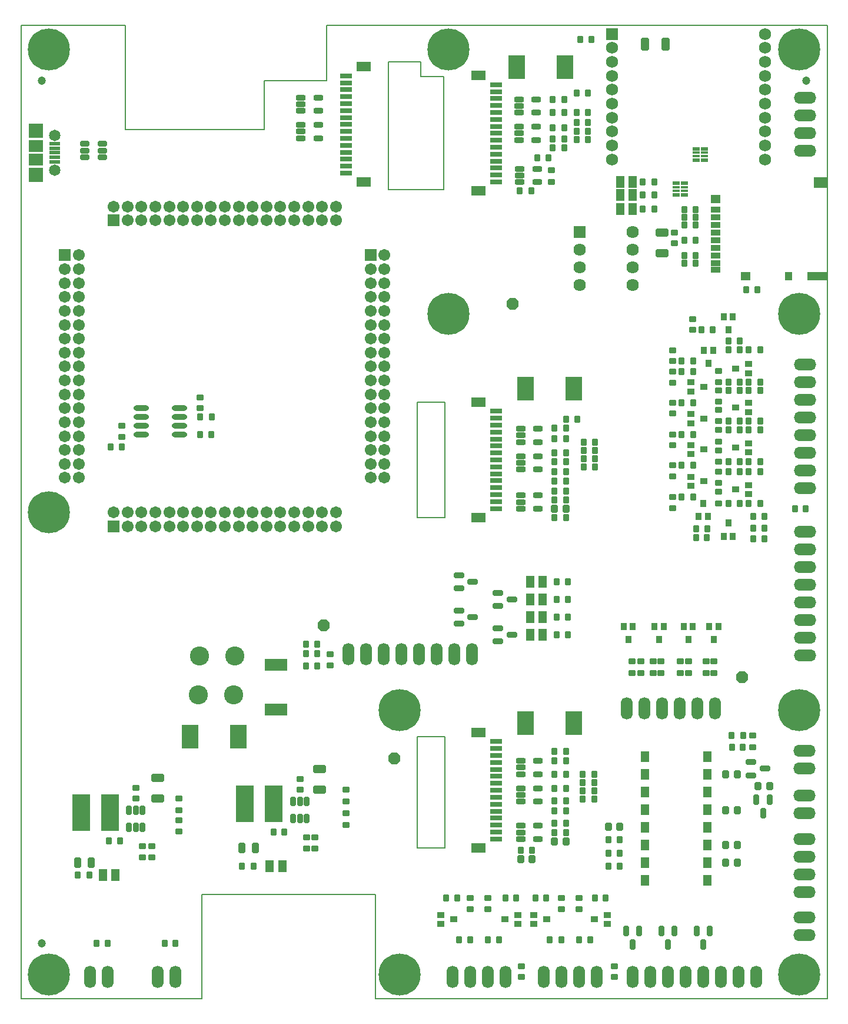
<source format=gts>
G04*
G04 #@! TF.GenerationSoftware,Altium Limited,Altium Designer,22.3.1 (43)*
G04*
G04 Layer_Color=8388736*
%FSLAX25Y25*%
%MOIN*%
G70*
G04*
G04 #@! TF.SameCoordinates,3C66329E-7EC6-4DA4-B4DD-612C795C30B2*
G04*
G04*
G04 #@! TF.FilePolarity,Negative*
G04*
G01*
G75*
%ADD10C,0.00787*%
G04:AMPARAMS|DCode=25|XSize=31.5mil|YSize=37.4mil|CornerRadius=3.94mil|HoleSize=0mil|Usage=FLASHONLY|Rotation=0.000|XOffset=0mil|YOffset=0mil|HoleType=Round|Shape=RoundedRectangle|*
%AMROUNDEDRECTD25*
21,1,0.03150,0.02953,0,0,0.0*
21,1,0.02362,0.03740,0,0,0.0*
1,1,0.00787,0.01181,-0.01476*
1,1,0.00787,-0.01181,-0.01476*
1,1,0.00787,-0.01181,0.01476*
1,1,0.00787,0.01181,0.01476*
%
%ADD25ROUNDEDRECTD25*%
%ADD29R,0.05118X0.05906*%
G04:AMPARAMS|DCode=32|XSize=45.28mil|YSize=70.87mil|CornerRadius=4.98mil|HoleSize=0mil|Usage=FLASHONLY|Rotation=90.000|XOffset=0mil|YOffset=0mil|HoleType=Round|Shape=RoundedRectangle|*
%AMROUNDEDRECTD32*
21,1,0.04528,0.06091,0,0,90.0*
21,1,0.03532,0.07087,0,0,90.0*
1,1,0.00996,0.03045,0.01766*
1,1,0.00996,0.03045,-0.01766*
1,1,0.00996,-0.03045,-0.01766*
1,1,0.00996,-0.03045,0.01766*
%
%ADD32ROUNDEDRECTD32*%
G04:AMPARAMS|DCode=33|XSize=39.37mil|YSize=57.09mil|CornerRadius=4.92mil|HoleSize=0mil|Usage=FLASHONLY|Rotation=180.000|XOffset=0mil|YOffset=0mil|HoleType=Round|Shape=RoundedRectangle|*
%AMROUNDEDRECTD33*
21,1,0.03937,0.04724,0,0,180.0*
21,1,0.02953,0.05709,0,0,180.0*
1,1,0.00984,-0.01476,0.02362*
1,1,0.00984,0.01476,0.02362*
1,1,0.00984,0.01476,-0.02362*
1,1,0.00984,-0.01476,-0.02362*
%
%ADD33ROUNDEDRECTD33*%
%ADD39R,0.12598X0.06772*%
G04:AMPARAMS|DCode=42|XSize=34.45mil|YSize=37.4mil|CornerRadius=4.31mil|HoleSize=0mil|Usage=FLASHONLY|Rotation=180.000|XOffset=0mil|YOffset=0mil|HoleType=Round|Shape=RoundedRectangle|*
%AMROUNDEDRECTD42*
21,1,0.03445,0.02879,0,0,180.0*
21,1,0.02584,0.03740,0,0,180.0*
1,1,0.00861,-0.01292,0.01440*
1,1,0.00861,0.01292,0.01440*
1,1,0.00861,0.01292,-0.01440*
1,1,0.00861,-0.01292,-0.01440*
%
%ADD42ROUNDEDRECTD42*%
G04:AMPARAMS|DCode=52|XSize=35.43mil|YSize=37.4mil|CornerRadius=4.43mil|HoleSize=0mil|Usage=FLASHONLY|Rotation=0.000|XOffset=0mil|YOffset=0mil|HoleType=Round|Shape=RoundedRectangle|*
%AMROUNDEDRECTD52*
21,1,0.03543,0.02854,0,0,0.0*
21,1,0.02657,0.03740,0,0,0.0*
1,1,0.00886,0.01329,-0.01427*
1,1,0.00886,-0.01329,-0.01427*
1,1,0.00886,-0.01329,0.01427*
1,1,0.00886,0.01329,0.01427*
%
%ADD52ROUNDEDRECTD52*%
G04:AMPARAMS|DCode=55|XSize=35.43mil|YSize=37.4mil|CornerRadius=4.43mil|HoleSize=0mil|Usage=FLASHONLY|Rotation=90.000|XOffset=0mil|YOffset=0mil|HoleType=Round|Shape=RoundedRectangle|*
%AMROUNDEDRECTD55*
21,1,0.03543,0.02854,0,0,90.0*
21,1,0.02657,0.03740,0,0,90.0*
1,1,0.00886,0.01427,0.01329*
1,1,0.00886,0.01427,-0.01329*
1,1,0.00886,-0.01427,-0.01329*
1,1,0.00886,-0.01427,0.01329*
%
%ADD55ROUNDEDRECTD55*%
G04:AMPARAMS|DCode=56|XSize=31.5mil|YSize=37.4mil|CornerRadius=3.94mil|HoleSize=0mil|Usage=FLASHONLY|Rotation=270.000|XOffset=0mil|YOffset=0mil|HoleType=Round|Shape=RoundedRectangle|*
%AMROUNDEDRECTD56*
21,1,0.03150,0.02953,0,0,270.0*
21,1,0.02362,0.03740,0,0,270.0*
1,1,0.00787,-0.01476,-0.01181*
1,1,0.00787,-0.01476,0.01181*
1,1,0.00787,0.01476,0.01181*
1,1,0.00787,0.01476,-0.01181*
%
%ADD56ROUNDEDRECTD56*%
G04:AMPARAMS|DCode=58|XSize=45.28mil|YSize=70.87mil|CornerRadius=4.98mil|HoleSize=0mil|Usage=FLASHONLY|Rotation=180.000|XOffset=0mil|YOffset=0mil|HoleType=Round|Shape=RoundedRectangle|*
%AMROUNDEDRECTD58*
21,1,0.04528,0.06091,0,0,180.0*
21,1,0.03532,0.07087,0,0,180.0*
1,1,0.00996,-0.01766,0.03045*
1,1,0.00996,0.01766,0.03045*
1,1,0.00996,0.01766,-0.03045*
1,1,0.00996,-0.01766,-0.03045*
%
%ADD58ROUNDEDRECTD58*%
G04:AMPARAMS|DCode=59|XSize=39.5mil|YSize=45.4mil|CornerRadius=7.94mil|HoleSize=0mil|Usage=FLASHONLY|Rotation=0.000|XOffset=0mil|YOffset=0mil|HoleType=Round|Shape=RoundedRectangle|*
%AMROUNDEDRECTD59*
21,1,0.03950,0.02953,0,0,0.0*
21,1,0.02362,0.04540,0,0,0.0*
1,1,0.01587,0.01181,-0.01476*
1,1,0.01587,-0.01181,-0.01476*
1,1,0.01587,-0.01181,0.01476*
1,1,0.01587,0.01181,0.01476*
%
%ADD59ROUNDEDRECTD59*%
G04:AMPARAMS|DCode=60|XSize=57.61mil|YSize=31.23mil|CornerRadius=6.9mil|HoleSize=0mil|Usage=FLASHONLY|Rotation=270.000|XOffset=0mil|YOffset=0mil|HoleType=Round|Shape=RoundedRectangle|*
%AMROUNDEDRECTD60*
21,1,0.05761,0.01742,0,0,270.0*
21,1,0.04380,0.03123,0,0,270.0*
1,1,0.01381,-0.00871,-0.02190*
1,1,0.01381,-0.00871,0.02190*
1,1,0.01381,0.00871,0.02190*
1,1,0.01381,0.00871,-0.02190*
%
%ADD60ROUNDEDRECTD60*%
%ADD61R,0.07887X0.05524*%
%ADD62R,0.06902X0.03162*%
G04:AMPARAMS|DCode=63|XSize=57.61mil|YSize=31.23mil|CornerRadius=6.9mil|HoleSize=0mil|Usage=FLASHONLY|Rotation=0.000|XOffset=0mil|YOffset=0mil|HoleType=Round|Shape=RoundedRectangle|*
%AMROUNDEDRECTD63*
21,1,0.05761,0.01742,0,0,0.0*
21,1,0.04380,0.03123,0,0,0.0*
1,1,0.01381,0.02190,-0.00871*
1,1,0.01381,-0.02190,-0.00871*
1,1,0.01381,-0.02190,0.00871*
1,1,0.01381,0.02190,0.00871*
%
%ADD63ROUNDEDRECTD63*%
G04:AMPARAMS|DCode=64|XSize=55.64mil|YSize=31.23mil|CornerRadius=9.81mil|HoleSize=0mil|Usage=FLASHONLY|Rotation=0.000|XOffset=0mil|YOffset=0mil|HoleType=Round|Shape=RoundedRectangle|*
%AMROUNDEDRECTD64*
21,1,0.05564,0.01161,0,0,0.0*
21,1,0.03602,0.03123,0,0,0.0*
1,1,0.01961,0.01801,-0.00581*
1,1,0.01961,-0.01801,-0.00581*
1,1,0.01961,-0.01801,0.00581*
1,1,0.01961,0.01801,0.00581*
%
%ADD64ROUNDEDRECTD64*%
%ADD65R,0.08280X0.05918*%
%ADD66R,0.11824X0.04737*%
%ADD67R,0.03950X0.04737*%
%ADD68R,0.05524X0.04737*%
%ADD69R,0.05524X0.03556*%
%ADD70R,0.03556X0.04343*%
%ADD71R,0.09461X0.13202*%
G04:AMPARAMS|DCode=72|XSize=55.64mil|YSize=30.84mil|CornerRadius=6.85mil|HoleSize=0mil|Usage=FLASHONLY|Rotation=90.000|XOffset=0mil|YOffset=0mil|HoleType=Round|Shape=RoundedRectangle|*
%AMROUNDEDRECTD72*
21,1,0.05564,0.01713,0,0,90.0*
21,1,0.04193,0.03084,0,0,90.0*
1,1,0.01371,0.00856,0.02097*
1,1,0.01371,0.00856,-0.02097*
1,1,0.01371,-0.00856,-0.02097*
1,1,0.01371,-0.00856,0.02097*
%
%ADD72ROUNDEDRECTD72*%
%ADD73R,0.10052X0.20879*%
%ADD74R,0.05131X0.06509*%
%ADD75O,0.08814X0.03060*%
%ADD76R,0.04225X0.01824*%
%ADD77R,0.04225X0.02414*%
%ADD78R,0.08280X0.07887*%
%ADD79R,0.08280X0.06706*%
%ADD80R,0.06115X0.02375*%
%ADD81C,0.04737*%
%ADD82R,0.04343X0.03556*%
G04:AMPARAMS|DCode=83|XSize=55.64mil|YSize=30.84mil|CornerRadius=6.85mil|HoleSize=0mil|Usage=FLASHONLY|Rotation=0.000|XOffset=0mil|YOffset=0mil|HoleType=Round|Shape=RoundedRectangle|*
%AMROUNDEDRECTD83*
21,1,0.05564,0.01713,0,0,0.0*
21,1,0.04193,0.03084,0,0,0.0*
1,1,0.01371,0.02097,-0.00856*
1,1,0.01371,-0.02097,-0.00856*
1,1,0.01371,-0.02097,0.00856*
1,1,0.01371,0.02097,0.00856*
%
%ADD83ROUNDEDRECTD83*%
%ADD84O,0.12674X0.06737*%
%ADD85O,0.06737X0.12674*%
%ADD86C,0.23800*%
%ADD87C,0.06824*%
%ADD88R,0.06824X0.06824*%
%ADD89C,0.06706*%
%ADD90R,0.06706X0.06706*%
%ADD91O,0.07099X0.03950*%
%ADD92C,0.06509*%
%ADD93P,0.07360X8X22.5*%
%ADD94R,0.07021X0.07021*%
%ADD95C,0.07021*%
%ADD96C,0.10800*%
%ADD97R,0.06706X0.06706*%
D10*
X208000Y458000D02*
Y530500D01*
X226519Y522261D02*
X239496D01*
X226500Y522279D02*
Y530500D01*
X208000D02*
X226500D01*
X59055Y492126D02*
Y551181D01*
X102362Y0D02*
Y59055D01*
X200787D01*
Y0D02*
Y59055D01*
Y-0D02*
X456693Y0D01*
X173228Y551181D02*
X456693D01*
X137795Y492126D02*
Y519685D01*
X173228D01*
Y551181D01*
X59055Y492126D02*
X137795Y492126D01*
X224472Y337700D02*
X240220D01*
X224472Y272500D02*
X240220D01*
Y337700D01*
X224472Y272500D02*
Y337700D01*
Y85345D02*
Y148500D01*
X240220Y85345D02*
Y148500D01*
X224472Y85345D02*
X240220D01*
X224472Y148500D02*
X240220D01*
X239496Y458000D02*
Y522261D01*
X208000Y458000D02*
X239496D01*
X0Y0D02*
X102362D01*
X0Y551181D02*
X59055D01*
X456693Y0D02*
Y551181D01*
X0Y0D02*
Y551181D01*
D25*
X339216Y75187D02*
D03*
X339248Y82625D02*
D03*
X303379Y236070D02*
D03*
X309875D02*
D03*
X101500Y319500D02*
D03*
X107996D02*
D03*
X380695Y302000D02*
D03*
X374199D02*
D03*
X101510Y329500D02*
D03*
X108006D02*
D03*
X32260Y70019D02*
D03*
X38756D02*
D03*
X125260Y75019D02*
D03*
X131756D02*
D03*
X309874Y226070D02*
D03*
X303378D02*
D03*
X309874Y216070D02*
D03*
X303378D02*
D03*
X309875Y206070D02*
D03*
X303379D02*
D03*
X409054Y149121D02*
D03*
X402557D02*
D03*
X325248Y315260D02*
D03*
X318752D02*
D03*
X325248Y305732D02*
D03*
X318752D02*
D03*
X302251Y323000D02*
D03*
X308747D02*
D03*
X302251Y317260D02*
D03*
X308747D02*
D03*
X302251Y309232D02*
D03*
X308747D02*
D03*
X302251Y282492D02*
D03*
X308747D02*
D03*
X308746Y298500D02*
D03*
X302250D02*
D03*
X308746Y293000D02*
D03*
X302250D02*
D03*
X302251Y272500D02*
D03*
X308747D02*
D03*
X315248Y328000D02*
D03*
X308752D02*
D03*
X407248Y327000D02*
D03*
X400752D02*
D03*
X418827D02*
D03*
X412331D02*
D03*
Y322000D02*
D03*
X418827D02*
D03*
X407248D02*
D03*
X400752D02*
D03*
X407248Y298500D02*
D03*
X400752D02*
D03*
X407248Y304000D02*
D03*
X400752D02*
D03*
X412331D02*
D03*
X418827D02*
D03*
Y298500D02*
D03*
X412331D02*
D03*
X407248Y349000D02*
D03*
X400752D02*
D03*
X418827Y344500D02*
D03*
X412331D02*
D03*
X418827Y349000D02*
D03*
X412331D02*
D03*
X418827Y367500D02*
D03*
X412331D02*
D03*
X407248D02*
D03*
X400752D02*
D03*
X332752Y90062D02*
D03*
X339248D02*
D03*
X407249Y280500D02*
D03*
X400753D02*
D03*
X418827D02*
D03*
X412331D02*
D03*
X388996Y266000D02*
D03*
X382500D02*
D03*
X380695Y284000D02*
D03*
X374199D02*
D03*
X380695Y319500D02*
D03*
X374199D02*
D03*
X380695Y337500D02*
D03*
X374199D02*
D03*
X380695Y360992D02*
D03*
X374199D02*
D03*
X380695Y355000D02*
D03*
X374199D02*
D03*
X400752Y372500D02*
D03*
X407248D02*
D03*
X391831Y378669D02*
D03*
X385335D02*
D03*
X417248Y401500D02*
D03*
X410752D02*
D03*
X382248Y446795D02*
D03*
X375752D02*
D03*
X382248Y442465D02*
D03*
X375752D02*
D03*
X382248Y438134D02*
D03*
X375752D02*
D03*
X382248Y429472D02*
D03*
X375752D02*
D03*
X375753Y420811D02*
D03*
X382249D02*
D03*
X382248Y416480D02*
D03*
X375752D02*
D03*
X321248Y496000D02*
D03*
X314752D02*
D03*
X307747Y493240D02*
D03*
X301251D02*
D03*
X358748Y447138D02*
D03*
X352252D02*
D03*
X308747Y304252D02*
D03*
X302251D02*
D03*
X318252Y122500D02*
D03*
X324748D02*
D03*
X318752Y310500D02*
D03*
X325248D02*
D03*
X318252Y113000D02*
D03*
X324748D02*
D03*
X318752Y301000D02*
D03*
X325248D02*
D03*
X314752Y486500D02*
D03*
X321248D02*
D03*
X307748Y509240D02*
D03*
X301252D02*
D03*
X322496Y33500D02*
D03*
X316000D02*
D03*
X299504D02*
D03*
X306000D02*
D03*
X332752Y82625D02*
D03*
X332720Y75187D02*
D03*
X302250Y134724D02*
D03*
X308746D02*
D03*
X302250Y127244D02*
D03*
X308746D02*
D03*
X302250Y119224D02*
D03*
X308746D02*
D03*
X302250Y112244D02*
D03*
X308746D02*
D03*
X308746Y140000D02*
D03*
X302249D02*
D03*
X324748Y127244D02*
D03*
X318252D02*
D03*
X324748Y117724D02*
D03*
X318252D02*
D03*
X308746Y106500D02*
D03*
X302249D02*
D03*
X308748Y99500D02*
D03*
X302252D02*
D03*
X302250Y94224D02*
D03*
X308746D02*
D03*
X283059Y84244D02*
D03*
X289555D02*
D03*
X254500Y33500D02*
D03*
X248004D02*
D03*
X270996D02*
D03*
X264500D02*
D03*
X302251Y287500D02*
D03*
X308747D02*
D03*
X352252Y462508D02*
D03*
X358748D02*
D03*
X352252Y455008D02*
D03*
X358748D02*
D03*
X407248Y344500D02*
D03*
X400752D02*
D03*
X301251Y486760D02*
D03*
X307747D02*
D03*
X307748Y481760D02*
D03*
X301252D02*
D03*
X298937Y476000D02*
D03*
X292441D02*
D03*
X282559Y457616D02*
D03*
X289055D02*
D03*
X321248Y491240D02*
D03*
X314752D02*
D03*
X321248Y512740D02*
D03*
X314752D02*
D03*
X321248Y501760D02*
D03*
X314752D02*
D03*
X301252D02*
D03*
X307748D02*
D03*
D29*
X353467Y87000D02*
D03*
Y67000D02*
D03*
X388900D02*
D03*
Y77000D02*
D03*
Y87000D02*
D03*
Y97000D02*
D03*
Y107000D02*
D03*
Y117000D02*
D03*
Y127000D02*
D03*
Y137000D02*
D03*
X353467D02*
D03*
Y127000D02*
D03*
Y117000D02*
D03*
Y107000D02*
D03*
Y97000D02*
D03*
Y77000D02*
D03*
D32*
X77500Y113500D02*
D03*
Y125114D02*
D03*
X169000Y130114D02*
D03*
Y118500D02*
D03*
X363000Y433803D02*
D03*
Y422189D02*
D03*
D33*
X39740Y77000D02*
D03*
X32260D02*
D03*
X125260Y85500D02*
D03*
X132740D02*
D03*
D39*
X144500Y163882D02*
D03*
Y189118D02*
D03*
D42*
X316799Y543000D02*
D03*
X323000D02*
D03*
X421099Y273000D02*
D03*
X414898D02*
D03*
X421099Y266406D02*
D03*
X414898D02*
D03*
X421099Y260454D02*
D03*
X414898D02*
D03*
X161493Y200911D02*
D03*
X167693D02*
D03*
X161493Y195500D02*
D03*
X167693D02*
D03*
X161493Y188611D02*
D03*
X167693D02*
D03*
D52*
X50908Y312500D02*
D03*
X57010D02*
D03*
X438500Y277500D02*
D03*
X444602D02*
D03*
X56051Y89500D02*
D03*
X49949D02*
D03*
X149272Y94500D02*
D03*
X143169D02*
D03*
X402754Y142625D02*
D03*
X408856D02*
D03*
X382500Y261000D02*
D03*
X388602D02*
D03*
X331102Y57248D02*
D03*
X325000D02*
D03*
X291398D02*
D03*
X297500D02*
D03*
X240898D02*
D03*
X247000D02*
D03*
X280602D02*
D03*
X274500D02*
D03*
X42898Y31500D02*
D03*
X49000D02*
D03*
X81398D02*
D03*
X87500D02*
D03*
D55*
X175021Y188898D02*
D03*
Y195000D02*
D03*
X65000Y113500D02*
D03*
Y119602D02*
D03*
X158000Y118500D02*
D03*
Y124602D02*
D03*
X369000Y284000D02*
D03*
Y277898D02*
D03*
Y302000D02*
D03*
Y295898D02*
D03*
Y319500D02*
D03*
Y313398D02*
D03*
Y337500D02*
D03*
Y331398D02*
D03*
Y355000D02*
D03*
Y348898D02*
D03*
Y360992D02*
D03*
Y367094D02*
D03*
X380500Y378669D02*
D03*
Y384772D02*
D03*
X101510Y340551D02*
D03*
Y334449D02*
D03*
X336000Y18602D02*
D03*
Y12500D02*
D03*
X283500Y18602D02*
D03*
Y12500D02*
D03*
X370000Y427701D02*
D03*
Y433803D02*
D03*
D56*
X68740Y80004D02*
D03*
Y86500D02*
D03*
X74000D02*
D03*
Y80004D02*
D03*
X89500Y113437D02*
D03*
Y106941D02*
D03*
Y101248D02*
D03*
Y94752D02*
D03*
X184000Y118437D02*
D03*
Y111941D02*
D03*
Y105000D02*
D03*
Y98504D02*
D03*
X161740Y91500D02*
D03*
Y85004D02*
D03*
X166500Y85005D02*
D03*
Y91501D02*
D03*
X414356Y149121D02*
D03*
Y142625D02*
D03*
X346000Y190996D02*
D03*
Y184500D02*
D03*
X351000Y190996D02*
D03*
Y184500D02*
D03*
X358000Y190996D02*
D03*
Y184500D02*
D03*
X362500Y190996D02*
D03*
Y184500D02*
D03*
X373500D02*
D03*
Y190996D02*
D03*
X378000Y184500D02*
D03*
Y190996D02*
D03*
X392500D02*
D03*
Y184500D02*
D03*
X388000Y190996D02*
D03*
Y184500D02*
D03*
X395000Y338004D02*
D03*
Y344500D02*
D03*
Y333496D02*
D03*
Y327000D02*
D03*
Y315504D02*
D03*
Y322000D02*
D03*
Y310496D02*
D03*
Y304000D02*
D03*
Y286996D02*
D03*
Y280500D02*
D03*
Y292004D02*
D03*
Y298500D02*
D03*
Y355496D02*
D03*
Y349000D02*
D03*
X57010Y318004D02*
D03*
Y324500D02*
D03*
X316000Y50752D02*
D03*
Y57248D02*
D03*
X306000Y50752D02*
D03*
Y57248D02*
D03*
X254500Y50752D02*
D03*
Y57248D02*
D03*
X264500Y50752D02*
D03*
Y57248D02*
D03*
X300500Y469000D02*
D03*
Y462504D02*
D03*
D58*
X353500Y540500D02*
D03*
X365114D02*
D03*
D59*
X417602Y120500D02*
D03*
X424098D02*
D03*
X302250Y277500D02*
D03*
X308746D02*
D03*
X283000Y79000D02*
D03*
X289496D02*
D03*
X302252Y89000D02*
D03*
X308748D02*
D03*
X405748Y127000D02*
D03*
X399252D02*
D03*
X405748Y106920D02*
D03*
X399252D02*
D03*
X405748Y87000D02*
D03*
X399252D02*
D03*
X405748Y77000D02*
D03*
X399252D02*
D03*
X332752Y97500D02*
D03*
X339248D02*
D03*
D60*
X424098Y112716D02*
D03*
X416618D02*
D03*
X420358Y105000D02*
D03*
X390240Y38358D02*
D03*
X382760D02*
D03*
X386500Y30642D02*
D03*
X370240Y38358D02*
D03*
X362760D02*
D03*
X366500Y30642D02*
D03*
X350240Y38358D02*
D03*
X342760D02*
D03*
X346500Y30642D02*
D03*
D61*
X194008Y462328D02*
D03*
Y527682D02*
D03*
X259067Y85433D02*
D03*
Y150787D02*
D03*
Y272441D02*
D03*
Y337795D02*
D03*
Y457328D02*
D03*
Y522682D02*
D03*
D62*
X184067Y467446D02*
D03*
Y471383D02*
D03*
Y475320D02*
D03*
Y479257D02*
D03*
Y483194D02*
D03*
Y487131D02*
D03*
Y491068D02*
D03*
Y495005D02*
D03*
Y498942D02*
D03*
Y502879D02*
D03*
Y506816D02*
D03*
Y510753D02*
D03*
Y514690D02*
D03*
Y518627D02*
D03*
Y522564D02*
D03*
X269008Y90551D02*
D03*
Y94488D02*
D03*
Y98425D02*
D03*
Y102362D02*
D03*
Y106299D02*
D03*
Y110236D02*
D03*
Y114173D02*
D03*
Y118110D02*
D03*
Y122047D02*
D03*
Y125984D02*
D03*
Y129921D02*
D03*
Y133858D02*
D03*
Y137795D02*
D03*
Y141732D02*
D03*
Y145669D02*
D03*
Y277559D02*
D03*
Y281496D02*
D03*
Y285433D02*
D03*
Y289370D02*
D03*
Y293307D02*
D03*
Y297244D02*
D03*
Y301181D02*
D03*
Y305118D02*
D03*
Y309055D02*
D03*
Y312992D02*
D03*
Y316929D02*
D03*
Y320866D02*
D03*
Y324803D02*
D03*
Y328740D02*
D03*
Y332677D02*
D03*
Y462446D02*
D03*
Y466383D02*
D03*
Y470320D02*
D03*
Y474257D02*
D03*
Y478194D02*
D03*
Y482131D02*
D03*
Y486068D02*
D03*
Y490005D02*
D03*
Y493942D02*
D03*
Y497879D02*
D03*
Y501816D02*
D03*
Y505753D02*
D03*
Y509690D02*
D03*
Y513627D02*
D03*
Y517564D02*
D03*
D63*
X270284Y229810D02*
D03*
Y222330D02*
D03*
X278000Y226070D02*
D03*
X270284Y209810D02*
D03*
Y202330D02*
D03*
X278000Y206070D02*
D03*
X413642Y134051D02*
D03*
Y126571D02*
D03*
X421358Y130311D02*
D03*
X255716Y216070D02*
D03*
X248000Y212330D02*
D03*
Y219810D02*
D03*
X255716Y236070D02*
D03*
X248000Y232330D02*
D03*
Y239810D02*
D03*
D64*
X292441Y469926D02*
D03*
Y462446D02*
D03*
X282559D02*
D03*
Y466186D02*
D03*
Y469926D02*
D03*
X292941Y307232D02*
D03*
Y299752D02*
D03*
X283059D02*
D03*
Y303492D02*
D03*
Y307232D02*
D03*
Y285039D02*
D03*
Y281299D02*
D03*
Y277559D02*
D03*
X292941D02*
D03*
Y285039D02*
D03*
X283059Y322740D02*
D03*
Y319000D02*
D03*
Y315260D02*
D03*
X292941D02*
D03*
Y322740D02*
D03*
X282059Y493740D02*
D03*
Y490000D02*
D03*
Y486260D02*
D03*
X291941D02*
D03*
Y493740D02*
D03*
X158559Y494740D02*
D03*
Y491000D02*
D03*
Y487260D02*
D03*
X168441D02*
D03*
Y494740D02*
D03*
Y510240D02*
D03*
Y502760D02*
D03*
X158559D02*
D03*
Y506500D02*
D03*
Y510240D02*
D03*
X283059Y119224D02*
D03*
Y115484D02*
D03*
Y111744D02*
D03*
X292941D02*
D03*
Y119224D02*
D03*
X283059Y98031D02*
D03*
Y94291D02*
D03*
Y90551D02*
D03*
X292941D02*
D03*
Y98031D02*
D03*
X283000Y134724D02*
D03*
Y130984D02*
D03*
Y127244D02*
D03*
X292882D02*
D03*
Y134724D02*
D03*
X282000Y509240D02*
D03*
Y505500D02*
D03*
Y501760D02*
D03*
X291882D02*
D03*
Y509240D02*
D03*
D65*
X453020Y462150D02*
D03*
D66*
X451248Y409000D02*
D03*
D67*
X434909D02*
D03*
D68*
X410500D02*
D03*
X393571Y452898D02*
D03*
D69*
Y412740D02*
D03*
Y416480D02*
D03*
Y420811D02*
D03*
Y425142D02*
D03*
Y429472D02*
D03*
Y433803D02*
D03*
Y438134D02*
D03*
Y442465D02*
D03*
Y446795D02*
D03*
D70*
X346559Y210819D02*
D03*
X341441D02*
D03*
X344000Y203339D02*
D03*
X400753Y269331D02*
D03*
X403312Y261850D02*
D03*
X398194D02*
D03*
X361500Y203339D02*
D03*
X358941Y210819D02*
D03*
X364059D02*
D03*
X378000Y203339D02*
D03*
X375441Y210819D02*
D03*
X380559D02*
D03*
X392500Y203339D02*
D03*
X389941Y210819D02*
D03*
X395059D02*
D03*
X386500Y280500D02*
D03*
X389059Y273020D02*
D03*
X383941D02*
D03*
X389500Y359669D02*
D03*
X386941Y367150D02*
D03*
X392059D02*
D03*
X400752Y378669D02*
D03*
X398193Y386150D02*
D03*
X403311D02*
D03*
D71*
X280720Y527500D02*
D03*
X308279D02*
D03*
X95720Y148500D02*
D03*
X123280D02*
D03*
X285720Y345500D02*
D03*
X313280D02*
D03*
X285720Y156000D02*
D03*
X313280D02*
D03*
D72*
X161740Y111941D02*
D03*
X158000D02*
D03*
X154260D02*
D03*
X161740Y102059D02*
D03*
X158000D02*
D03*
X154260D02*
D03*
X61260Y97059D02*
D03*
X65000D02*
D03*
X68740D02*
D03*
X61260Y106941D02*
D03*
X65000D02*
D03*
X68740D02*
D03*
D73*
X126831Y110500D02*
D03*
X143169D02*
D03*
X50500Y105500D02*
D03*
X34161D02*
D03*
D74*
X346543Y462508D02*
D03*
X339457D02*
D03*
X53516Y70019D02*
D03*
X46429D02*
D03*
X148043Y75019D02*
D03*
X140957D02*
D03*
X288378Y236070D02*
D03*
X295465D02*
D03*
X288378Y226070D02*
D03*
X295465D02*
D03*
X288378Y216070D02*
D03*
X295465D02*
D03*
Y206070D02*
D03*
X288378D02*
D03*
X346543Y447138D02*
D03*
X339457D02*
D03*
Y455008D02*
D03*
X346543D02*
D03*
D75*
X89907Y319500D02*
D03*
Y324500D02*
D03*
Y329500D02*
D03*
Y334500D02*
D03*
X68113Y319500D02*
D03*
Y324500D02*
D03*
Y329500D02*
D03*
Y334500D02*
D03*
D76*
X387067Y479000D02*
D03*
Y477032D02*
D03*
X382500Y479000D02*
D03*
Y477032D02*
D03*
X375783Y459484D02*
D03*
Y457516D02*
D03*
X371217D02*
D03*
Y459484D02*
D03*
D77*
X387067Y481264D02*
D03*
X382500D02*
D03*
X387067Y474768D02*
D03*
X382500D02*
D03*
X375783Y461748D02*
D03*
Y455252D02*
D03*
X371217Y461748D02*
D03*
Y455252D02*
D03*
D78*
X8500Y466402D02*
D03*
Y491598D02*
D03*
D79*
Y475063D02*
D03*
Y482937D02*
D03*
D80*
X19031Y473882D02*
D03*
Y476441D02*
D03*
Y479000D02*
D03*
Y481559D02*
D03*
Y484118D02*
D03*
D81*
X444882Y519685D02*
D03*
X11811D02*
D03*
Y31496D02*
D03*
D82*
X404850Y288319D02*
D03*
X412331Y290878D02*
D03*
Y285760D02*
D03*
X404850Y312079D02*
D03*
X412331Y314638D02*
D03*
Y309520D02*
D03*
X404850Y334819D02*
D03*
X412331Y337378D02*
D03*
Y332260D02*
D03*
X404850Y356819D02*
D03*
X412331Y359378D02*
D03*
Y354260D02*
D03*
X386831Y293000D02*
D03*
X379350Y290441D02*
D03*
Y295559D02*
D03*
X386831Y311000D02*
D03*
X379350Y308441D02*
D03*
Y313559D02*
D03*
X386831Y328500D02*
D03*
X379350Y325941D02*
D03*
Y331059D02*
D03*
X386831Y346500D02*
D03*
X379350Y343941D02*
D03*
Y349059D02*
D03*
X245331Y44996D02*
D03*
X237850Y42437D02*
D03*
Y47555D02*
D03*
X274169Y44996D02*
D03*
X281650Y47555D02*
D03*
Y42437D02*
D03*
X324669Y44996D02*
D03*
X332150Y47555D02*
D03*
Y42437D02*
D03*
X297831Y44996D02*
D03*
X290350Y42437D02*
D03*
Y47555D02*
D03*
D83*
X36220Y484020D02*
D03*
Y480279D02*
D03*
Y476539D02*
D03*
X46102Y484020D02*
D03*
Y480279D02*
D03*
Y476539D02*
D03*
D84*
X443860Y60500D02*
D03*
Y70500D02*
D03*
Y80500D02*
D03*
Y90500D02*
D03*
Y115000D02*
D03*
Y105000D02*
D03*
Y130311D02*
D03*
Y140311D02*
D03*
Y46000D02*
D03*
Y36000D02*
D03*
X444000Y359090D02*
D03*
Y349091D02*
D03*
Y339090D02*
D03*
Y329090D02*
D03*
Y319091D02*
D03*
Y309090D02*
D03*
Y299091D02*
D03*
Y289090D02*
D03*
Y254500D02*
D03*
Y244500D02*
D03*
Y234500D02*
D03*
Y224500D02*
D03*
Y214500D02*
D03*
Y204500D02*
D03*
Y194500D02*
D03*
Y264500D02*
D03*
Y480000D02*
D03*
Y490000D02*
D03*
Y500000D02*
D03*
Y510000D02*
D03*
D85*
X343000Y164500D02*
D03*
X353000D02*
D03*
X363000D02*
D03*
X373000D02*
D03*
X383000D02*
D03*
X393000D02*
D03*
X346500Y12500D02*
D03*
X356500D02*
D03*
X366500D02*
D03*
X376500D02*
D03*
X386500D02*
D03*
X396500D02*
D03*
X406500D02*
D03*
X416500D02*
D03*
X244500D02*
D03*
X254500D02*
D03*
X264500D02*
D03*
X274500D02*
D03*
X87500D02*
D03*
X77500D02*
D03*
X195500Y195000D02*
D03*
X205500D02*
D03*
X215500D02*
D03*
X225500D02*
D03*
X235500D02*
D03*
X245500D02*
D03*
X255500D02*
D03*
X185500D02*
D03*
X49000Y12500D02*
D03*
X39000D02*
D03*
X326000D02*
D03*
X316000D02*
D03*
X306000D02*
D03*
X296000D02*
D03*
D86*
X440945Y537402D02*
D03*
Y387795D02*
D03*
X214567Y163386D02*
D03*
X15748Y275590D02*
D03*
X242126Y387795D02*
D03*
Y537402D02*
D03*
X15748D02*
D03*
X214567Y13780D02*
D03*
X15748D02*
D03*
X440945Y163386D02*
D03*
Y13780D02*
D03*
D87*
X421500Y546300D02*
D03*
Y538400D02*
D03*
Y530500D02*
D03*
Y522600D02*
D03*
Y514700D02*
D03*
Y506800D02*
D03*
Y498900D02*
D03*
Y491000D02*
D03*
Y483100D02*
D03*
Y475200D02*
D03*
X334900D02*
D03*
Y483100D02*
D03*
Y491000D02*
D03*
Y498900D02*
D03*
Y506800D02*
D03*
Y514700D02*
D03*
Y522600D02*
D03*
Y530500D02*
D03*
Y538400D02*
D03*
D88*
Y546300D02*
D03*
D89*
X178492Y275323D02*
D03*
Y267449D02*
D03*
X170618Y275323D02*
D03*
Y267449D02*
D03*
X162744Y275323D02*
D03*
Y267449D02*
D03*
X154870Y275323D02*
D03*
Y267449D02*
D03*
X146996Y275323D02*
D03*
Y267449D02*
D03*
X139122Y275323D02*
D03*
Y267449D02*
D03*
X131248Y275323D02*
D03*
Y267449D02*
D03*
X123374Y275323D02*
D03*
Y267449D02*
D03*
X115500Y275323D02*
D03*
Y267449D02*
D03*
X107626Y275323D02*
D03*
Y267449D02*
D03*
X99752Y275323D02*
D03*
Y267449D02*
D03*
X91878Y275323D02*
D03*
Y267449D02*
D03*
X84004Y275323D02*
D03*
Y267449D02*
D03*
X76130Y275323D02*
D03*
Y267449D02*
D03*
X68256Y275323D02*
D03*
Y267449D02*
D03*
X60382Y275323D02*
D03*
Y267449D02*
D03*
X52508Y275323D02*
D03*
X32823Y295008D02*
D03*
X24949D02*
D03*
X32823Y302882D02*
D03*
X24949D02*
D03*
X32823Y310756D02*
D03*
X24949D02*
D03*
X32823Y318630D02*
D03*
X24949D02*
D03*
X32823Y326504D02*
D03*
X24949D02*
D03*
X32823Y334378D02*
D03*
X24949D02*
D03*
X32823Y342252D02*
D03*
X24949D02*
D03*
X32823Y350126D02*
D03*
X24949D02*
D03*
X32823Y358000D02*
D03*
X24949D02*
D03*
X32823Y365874D02*
D03*
X24949D02*
D03*
X32823Y373748D02*
D03*
X24949D02*
D03*
X32823Y381622D02*
D03*
X24949D02*
D03*
X32823Y389496D02*
D03*
X24949D02*
D03*
X32823Y397370D02*
D03*
X24949D02*
D03*
X32823Y405244D02*
D03*
X24949D02*
D03*
X32823Y413118D02*
D03*
X24949D02*
D03*
X32823Y420992D02*
D03*
X52508Y448551D02*
D03*
X60382Y440677D02*
D03*
Y448551D02*
D03*
X68256Y440677D02*
D03*
Y448551D02*
D03*
X76130Y440677D02*
D03*
Y448551D02*
D03*
X84004Y440677D02*
D03*
Y448551D02*
D03*
X91878Y440677D02*
D03*
Y448551D02*
D03*
X99752Y440677D02*
D03*
Y448551D02*
D03*
X107626Y440677D02*
D03*
Y448551D02*
D03*
X115500Y440677D02*
D03*
Y448551D02*
D03*
X123374Y440677D02*
D03*
Y448551D02*
D03*
X131248Y440677D02*
D03*
Y448551D02*
D03*
X139122Y440677D02*
D03*
Y448551D02*
D03*
X146996Y440677D02*
D03*
Y448551D02*
D03*
X154870Y440677D02*
D03*
Y448551D02*
D03*
X162744Y440677D02*
D03*
Y448551D02*
D03*
X170618Y440677D02*
D03*
Y448551D02*
D03*
X178492Y440677D02*
D03*
Y448551D02*
D03*
X205937Y295008D02*
D03*
X198063D02*
D03*
X205937Y302882D02*
D03*
X198063D02*
D03*
X205937Y310756D02*
D03*
X198063D02*
D03*
X205937Y318630D02*
D03*
X198063D02*
D03*
X205937Y326504D02*
D03*
X198063D02*
D03*
X205937Y334378D02*
D03*
X198063D02*
D03*
X205937Y342252D02*
D03*
X198063D02*
D03*
X205937Y350126D02*
D03*
X198063D02*
D03*
X205937Y358000D02*
D03*
X198063D02*
D03*
X205937Y365874D02*
D03*
X198063D02*
D03*
X205937Y373748D02*
D03*
X198063D02*
D03*
X205937Y381622D02*
D03*
X198063D02*
D03*
X205937Y389496D02*
D03*
X198063D02*
D03*
X205937Y397370D02*
D03*
X198063D02*
D03*
X205937Y405244D02*
D03*
X198063D02*
D03*
X205937Y413118D02*
D03*
X198063D02*
D03*
X205937Y420992D02*
D03*
D90*
X52508Y267449D02*
D03*
Y440677D02*
D03*
D91*
X8500Y465220D02*
D03*
Y492779D02*
D03*
D92*
X19130Y469158D02*
D03*
Y488842D02*
D03*
D93*
X278500Y393500D02*
D03*
X408500Y182000D02*
D03*
X211500Y136000D02*
D03*
X171500Y211500D02*
D03*
D94*
X316500Y434000D02*
D03*
D95*
X346500D02*
D03*
X316500Y424000D02*
D03*
X346500D02*
D03*
X316500Y414000D02*
D03*
X346500D02*
D03*
X316500Y404000D02*
D03*
X346500D02*
D03*
D96*
X101000Y194000D02*
D03*
X121000D02*
D03*
X120500Y172000D02*
D03*
X100500D02*
D03*
D97*
X24949Y420992D02*
D03*
X198063D02*
D03*
M02*

</source>
